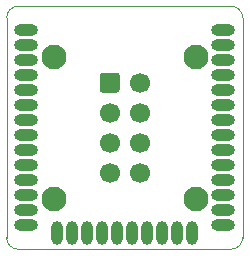
<source format=gbr>
G04 #@! TF.GenerationSoftware,KiCad,Pcbnew,6.0.10+dfsg-1~bpo11+1*
G04 #@! TF.ProjectId,project,70726f6a-6563-4742-9e6b-696361645f70,rev?*
G04 #@! TF.SameCoordinates,Original*
G04 #@! TF.FileFunction,Soldermask,Bot*
G04 #@! TF.FilePolarity,Negative*
%FSLAX46Y46*%
G04 Gerber Fmt 4.6, Leading zero omitted, Abs format (unit mm)*
%MOMM*%
%LPD*%
G01*
G04 APERTURE LIST*
G04 #@! TA.AperFunction,Profile*
%ADD10C,0.100000*%
G04 #@! TD*
%ADD11C,2.100000*%
%ADD12O,2.000000X1.000000*%
%ADD13O,1.000000X2.000000*%
%ADD14C,1.700000*%
G04 APERTURE END LIST*
D10*
X163500000Y-107400000D02*
G75*
G03*
X162500000Y-108400000I0J-1000000D01*
G01*
X163500000Y-127985393D02*
X181500000Y-127985393D01*
X182500000Y-126992500D02*
X182500000Y-108400000D01*
X162500000Y-108400000D02*
X162500000Y-126992500D01*
X162499907Y-126992500D02*
G75*
G03*
X163500000Y-127985393I996493J3600D01*
G01*
X182500000Y-108400000D02*
G75*
G03*
X181500000Y-107400000I-1000000J0D01*
G01*
X181500000Y-127985300D02*
G75*
G03*
X182500000Y-126992500I3600J996400D01*
G01*
X181500000Y-107400000D02*
X163500000Y-107400000D01*
D11*
X178500000Y-123692500D03*
D12*
X164150000Y-109442500D03*
X164150000Y-110712500D03*
X164150000Y-111982500D03*
X164150000Y-113252500D03*
X164150000Y-114522500D03*
X164150000Y-115792500D03*
X164150000Y-117062500D03*
X164150000Y-118332500D03*
X164150000Y-119602500D03*
X164150000Y-120872500D03*
X164150000Y-122142500D03*
X164150000Y-123412500D03*
X164150000Y-124682500D03*
X164150000Y-125952500D03*
D13*
X166790000Y-126572500D03*
X168060000Y-126572500D03*
X169330000Y-126572500D03*
X170600000Y-126572500D03*
X171870000Y-126572500D03*
X173140000Y-126572500D03*
X174410000Y-126572500D03*
X175680000Y-126572500D03*
X176950000Y-126572500D03*
X178220000Y-126572500D03*
D12*
X180850000Y-125952500D03*
X180850000Y-124682500D03*
X180850000Y-123412500D03*
X180850000Y-122142500D03*
X180850000Y-120872500D03*
X180850000Y-119602500D03*
X180850000Y-118332500D03*
X180850000Y-117062500D03*
X180850000Y-115792500D03*
X180850000Y-114522500D03*
X180850000Y-113252500D03*
X180850000Y-111982500D03*
X180850000Y-110712500D03*
X180850000Y-109442500D03*
D11*
X166500000Y-123692500D03*
X178500000Y-111692500D03*
X166500000Y-111692500D03*
G36*
G01*
X170380000Y-114482500D02*
X170380000Y-113282500D01*
G75*
G02*
X170630000Y-113032500I250000J0D01*
G01*
X171830000Y-113032500D01*
G75*
G02*
X172080000Y-113282500I0J-250000D01*
G01*
X172080000Y-114482500D01*
G75*
G02*
X171830000Y-114732500I-250000J0D01*
G01*
X170630000Y-114732500D01*
G75*
G02*
X170380000Y-114482500I0J250000D01*
G01*
G37*
D14*
X173770000Y-113882500D03*
X171230000Y-116422500D03*
X173770000Y-116422500D03*
X171230000Y-118962500D03*
X173770000Y-118962500D03*
X171230000Y-121502500D03*
X173770000Y-121502500D03*
M02*

</source>
